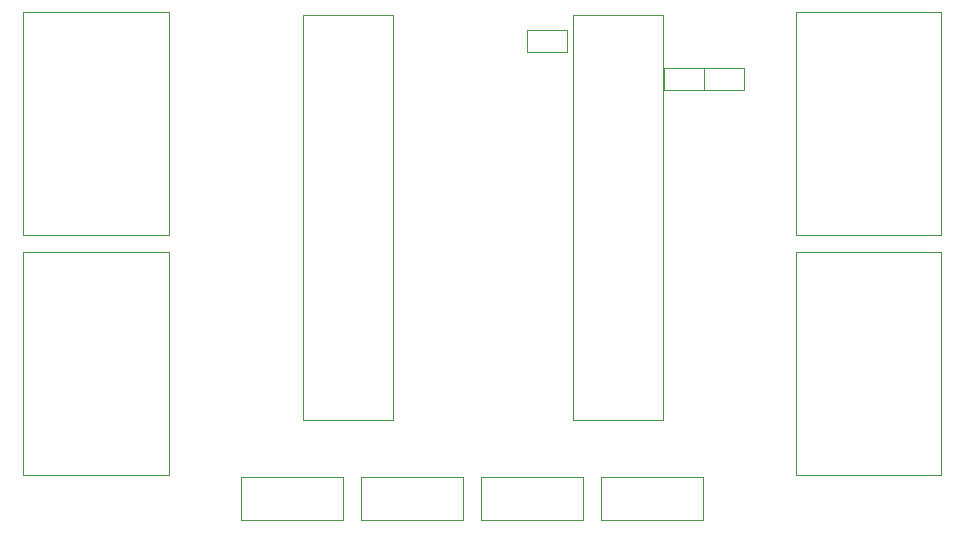
<source format=gbr>
G04 #@! TF.GenerationSoftware,KiCad,Pcbnew,5.1.12-84ad8e8a86~92~ubuntu20.04.1*
G04 #@! TF.CreationDate,2021-12-19T18:17:29-08:00*
G04 #@! TF.ProjectId,ft4232h-breakout,66743432-3332-4682-9d62-7265616b6f75,Jun2021b*
G04 #@! TF.SameCoordinates,Original*
G04 #@! TF.FileFunction,Other,User*
%FSLAX46Y46*%
G04 Gerber Fmt 4.6, Leading zero omitted, Abs format (unit mm)*
G04 Created by KiCad (PCBNEW 5.1.12-84ad8e8a86~92~ubuntu20.04.1) date 2021-12-19 18:17:29*
%MOMM*%
%LPD*%
G01*
G04 APERTURE LIST*
%ADD10C,0.050000*%
%ADD11C,0.120000*%
G04 APERTURE END LIST*
D10*
G04 #@! TO.C,J8*
X73428000Y-102130000D02*
X73428000Y-83280000D01*
X73428000Y-83280000D02*
X61078000Y-83280000D01*
X61078000Y-83280000D02*
X61078000Y-102130000D01*
X61078000Y-102130000D02*
X73428000Y-102130000D01*
G04 #@! TO.C,J5*
X73428000Y-122450000D02*
X73428000Y-103600000D01*
X73428000Y-103600000D02*
X61078000Y-103600000D01*
X61078000Y-103600000D02*
X61078000Y-122450000D01*
X61078000Y-122450000D02*
X73428000Y-122450000D01*
G04 #@! TO.C,J4*
X88160000Y-126260000D02*
X88160000Y-122660000D01*
X79510000Y-126260000D02*
X88160000Y-126260000D01*
X79510000Y-122660000D02*
X79510000Y-126260000D01*
X88160000Y-122660000D02*
X79510000Y-122660000D01*
G04 #@! TO.C,J3*
X98320000Y-126260000D02*
X98320000Y-122660000D01*
X89670000Y-126260000D02*
X98320000Y-126260000D01*
X89670000Y-122660000D02*
X89670000Y-126260000D01*
X98320000Y-122660000D02*
X89670000Y-122660000D01*
G04 #@! TO.C,R2*
X118716000Y-87950000D02*
X122076000Y-87950000D01*
X118716000Y-89850000D02*
X118716000Y-87950000D01*
X122076000Y-89850000D02*
X118716000Y-89850000D01*
X122076000Y-87950000D02*
X122076000Y-89850000D01*
G04 #@! TO.C,D1*
X118680000Y-89850000D02*
X115320000Y-89850000D01*
X118680000Y-87950000D02*
X118680000Y-89850000D01*
X115320000Y-87950000D02*
X118680000Y-87950000D01*
X115320000Y-89850000D02*
X115320000Y-87950000D01*
D11*
G04 #@! TO.C,X1*
X92380000Y-117780000D02*
X92380000Y-83490000D01*
X84760000Y-117780000D02*
X92380000Y-117780000D01*
X84760000Y-83490000D02*
X84760000Y-117780000D01*
X92380000Y-83490000D02*
X84760000Y-83490000D01*
X115240000Y-117780000D02*
X115240000Y-83490000D01*
X107620000Y-117780000D02*
X115240000Y-117780000D01*
X107620000Y-83490000D02*
X107620000Y-117780000D01*
X115240000Y-83490000D02*
X107620000Y-83490000D01*
D10*
G04 #@! TO.C,J7*
X126470000Y-103610000D02*
X126470000Y-122460000D01*
X126470000Y-122460000D02*
X138820000Y-122460000D01*
X138820000Y-122460000D02*
X138820000Y-103610000D01*
X138820000Y-103610000D02*
X126470000Y-103610000D01*
G04 #@! TO.C,J6*
X126470000Y-83290000D02*
X126470000Y-102140000D01*
X126470000Y-102140000D02*
X138820000Y-102140000D01*
X138820000Y-102140000D02*
X138820000Y-83290000D01*
X138820000Y-83290000D02*
X126470000Y-83290000D01*
G04 #@! TO.C,J2*
X108480000Y-126260000D02*
X108480000Y-122660000D01*
X99830000Y-126260000D02*
X108480000Y-126260000D01*
X99830000Y-122660000D02*
X99830000Y-126260000D01*
X108480000Y-122660000D02*
X99830000Y-122660000D01*
G04 #@! TO.C,J1*
X118640000Y-126260000D02*
X118640000Y-122660000D01*
X109990000Y-126260000D02*
X118640000Y-126260000D01*
X109990000Y-122660000D02*
X109990000Y-126260000D01*
X118640000Y-122660000D02*
X109990000Y-122660000D01*
G04 #@! TO.C,C1*
X107090000Y-86675000D02*
X103730000Y-86675000D01*
X107090000Y-84775000D02*
X107090000Y-86675000D01*
X103730000Y-84775000D02*
X107090000Y-84775000D01*
X103730000Y-86675000D02*
X103730000Y-84775000D01*
G04 #@! TD*
M02*

</source>
